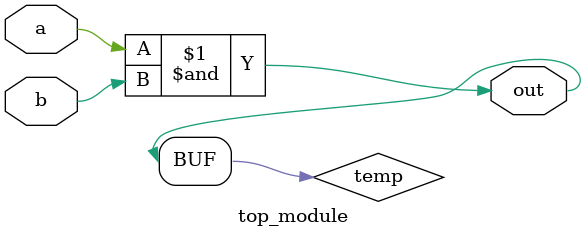
<source format=sv>
module top_module(
	input a, 
	input b,
	output out
);

	// Declare internal wire for AND gate
	wire temp;

	// Perform AND operation
	assign temp = a & b;

	// Drive output signal
	assign out = temp;
	
endmodule

</source>
